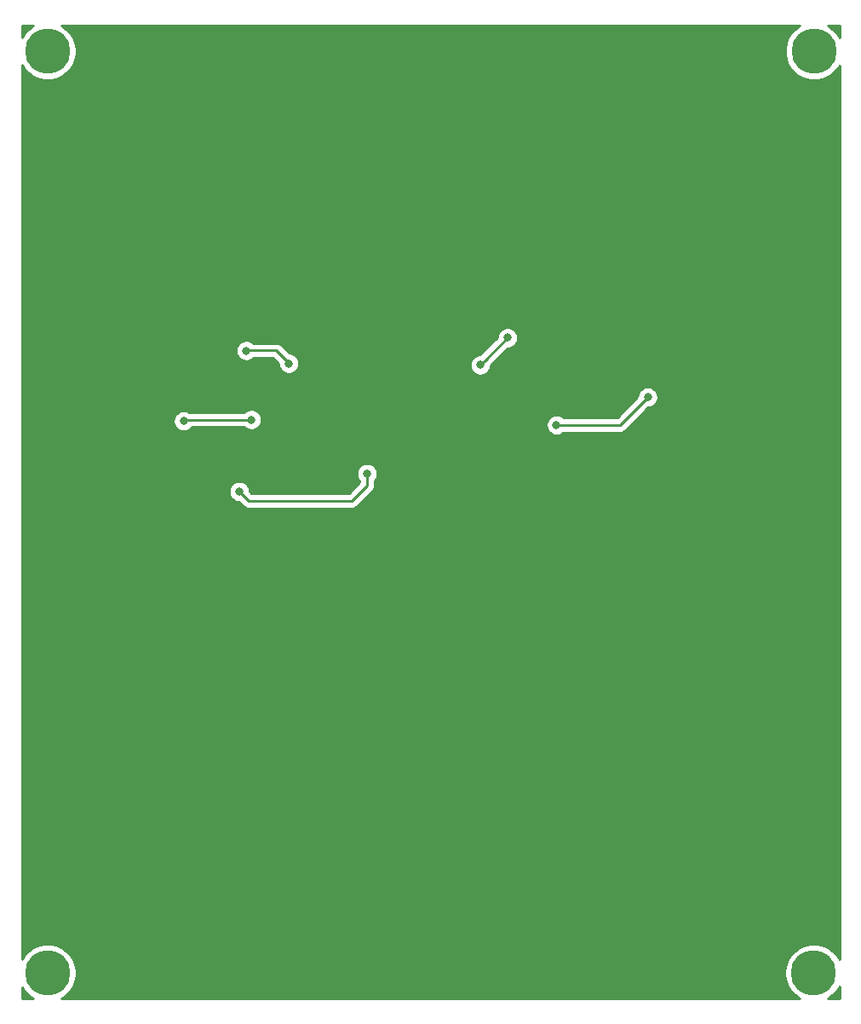
<source format=gbr>
G04 #@! TF.GenerationSoftware,KiCad,Pcbnew,(5.1.2)-2*
G04 #@! TF.CreationDate,2021-12-15T08:57:30-03:00*
G04 #@! TF.ProjectId,MAG_Plus,4d41475f-506c-4757-932e-6b696361645f,rev?*
G04 #@! TF.SameCoordinates,Original*
G04 #@! TF.FileFunction,Copper,L2,Bot*
G04 #@! TF.FilePolarity,Positive*
%FSLAX46Y46*%
G04 Gerber Fmt 4.6, Leading zero omitted, Abs format (unit mm)*
G04 Created by KiCad (PCBNEW (5.1.2)-2) date 2021-12-15 08:57:30*
%MOMM*%
%LPD*%
G04 APERTURE LIST*
%ADD10C,4.500000*%
%ADD11C,0.800000*%
%ADD12C,0.250000*%
%ADD13C,0.254000*%
G04 APERTURE END LIST*
D10*
X200990000Y-235810000D03*
X124800000Y-235820000D03*
X201000000Y-144210000D03*
X124800000Y-144200000D03*
D11*
X184495000Y-178590000D03*
X175410000Y-181355000D03*
X145090000Y-180820000D03*
X138350000Y-180960000D03*
X156570000Y-186190000D03*
X143870000Y-187970000D03*
X167840000Y-175400000D03*
X170550000Y-172690000D03*
X144570000Y-173970000D03*
X148800000Y-175235000D03*
D12*
X184095001Y-178989999D02*
X184095001Y-179014999D01*
X184495000Y-178590000D02*
X184095001Y-178989999D01*
X184095001Y-179014999D02*
X181755000Y-181355000D01*
X181755000Y-181355000D02*
X175410000Y-181355000D01*
X138490000Y-180820000D02*
X138350000Y-180960000D01*
X145090000Y-180820000D02*
X138490000Y-180820000D01*
X156570000Y-186190000D02*
X156570000Y-186755685D01*
X156570000Y-186755685D02*
X156570000Y-187400000D01*
X156570000Y-187400000D02*
X155080000Y-188890000D01*
X155080000Y-188890000D02*
X144790000Y-188890000D01*
X144790000Y-188890000D02*
X143870000Y-187970000D01*
X167840000Y-175400000D02*
X168239999Y-175000001D01*
X168239999Y-175000001D02*
X170550000Y-172690000D01*
X148800000Y-175220000D02*
X148800000Y-175235000D01*
X147540000Y-173960000D02*
X148800000Y-175220000D01*
X144570000Y-173970000D02*
X144580000Y-173960000D01*
X144580000Y-173960000D02*
X147540000Y-173960000D01*
D13*
G36*
X122559074Y-237659080D02*
G01*
X122960920Y-238060926D01*
X123378583Y-238340000D01*
X122260000Y-238340000D01*
X122260000Y-237211484D01*
X122559074Y-237659080D01*
X122559074Y-237659080D01*
G37*
X122559074Y-237659080D02*
X122960920Y-238060926D01*
X123378583Y-238340000D01*
X122260000Y-238340000D01*
X122260000Y-237211484D01*
X122559074Y-237659080D01*
G36*
X203540001Y-238340000D02*
G01*
X202396451Y-238340000D01*
X202829080Y-238050926D01*
X203230926Y-237649080D01*
X203540001Y-237186517D01*
X203540001Y-238340000D01*
X203540001Y-238340000D01*
G37*
X203540001Y-238340000D02*
X202396451Y-238340000D01*
X202829080Y-238050926D01*
X203230926Y-237649080D01*
X203540001Y-237186517D01*
X203540001Y-238340000D01*
G36*
X199160920Y-141969074D02*
G01*
X198759074Y-142370920D01*
X198443346Y-142843440D01*
X198225869Y-143368477D01*
X198115000Y-143925852D01*
X198115000Y-144494148D01*
X198225869Y-145051523D01*
X198443346Y-145576560D01*
X198759074Y-146049080D01*
X199160920Y-146450926D01*
X199633440Y-146766654D01*
X200158477Y-146984131D01*
X200715852Y-147095000D01*
X201284148Y-147095000D01*
X201841523Y-146984131D01*
X202366560Y-146766654D01*
X202839080Y-146450926D01*
X203240926Y-146049080D01*
X203540000Y-145601484D01*
X203540001Y-234433483D01*
X203230926Y-233970920D01*
X202829080Y-233569074D01*
X202356560Y-233253346D01*
X201831523Y-233035869D01*
X201274148Y-232925000D01*
X200705852Y-232925000D01*
X200148477Y-233035869D01*
X199623440Y-233253346D01*
X199150920Y-233569074D01*
X198749074Y-233970920D01*
X198433346Y-234443440D01*
X198215869Y-234968477D01*
X198105000Y-235525852D01*
X198105000Y-236094148D01*
X198215869Y-236651523D01*
X198433346Y-237176560D01*
X198749074Y-237649080D01*
X199150920Y-238050926D01*
X199583549Y-238340000D01*
X126221417Y-238340000D01*
X126639080Y-238060926D01*
X127040926Y-237659080D01*
X127356654Y-237186560D01*
X127574131Y-236661523D01*
X127685000Y-236104148D01*
X127685000Y-235535852D01*
X127574131Y-234978477D01*
X127356654Y-234453440D01*
X127040926Y-233980920D01*
X126639080Y-233579074D01*
X126166560Y-233263346D01*
X125641523Y-233045869D01*
X125084148Y-232935000D01*
X124515852Y-232935000D01*
X123958477Y-233045869D01*
X123433440Y-233263346D01*
X122960920Y-233579074D01*
X122559074Y-233980920D01*
X122260000Y-234428516D01*
X122260000Y-187868061D01*
X142835000Y-187868061D01*
X142835000Y-188071939D01*
X142874774Y-188271898D01*
X142952795Y-188460256D01*
X143066063Y-188629774D01*
X143210226Y-188773937D01*
X143379744Y-188887205D01*
X143568102Y-188965226D01*
X143768061Y-189005000D01*
X143830198Y-189005000D01*
X144226205Y-189401008D01*
X144249999Y-189430001D01*
X144278992Y-189453795D01*
X144278996Y-189453799D01*
X144349685Y-189511811D01*
X144365724Y-189524974D01*
X144497753Y-189595546D01*
X144641014Y-189639003D01*
X144752667Y-189650000D01*
X144752676Y-189650000D01*
X144789999Y-189653676D01*
X144827322Y-189650000D01*
X155042678Y-189650000D01*
X155080000Y-189653676D01*
X155117322Y-189650000D01*
X155117333Y-189650000D01*
X155228986Y-189639003D01*
X155372247Y-189595546D01*
X155504276Y-189524974D01*
X155620001Y-189430001D01*
X155643804Y-189400997D01*
X157081003Y-187963799D01*
X157110001Y-187940001D01*
X157204974Y-187824276D01*
X157275546Y-187692247D01*
X157319003Y-187548986D01*
X157330000Y-187437333D01*
X157330000Y-187437324D01*
X157333676Y-187400001D01*
X157330000Y-187362678D01*
X157330000Y-186893711D01*
X157373937Y-186849774D01*
X157487205Y-186680256D01*
X157565226Y-186491898D01*
X157605000Y-186291939D01*
X157605000Y-186088061D01*
X157565226Y-185888102D01*
X157487205Y-185699744D01*
X157373937Y-185530226D01*
X157229774Y-185386063D01*
X157060256Y-185272795D01*
X156871898Y-185194774D01*
X156671939Y-185155000D01*
X156468061Y-185155000D01*
X156268102Y-185194774D01*
X156079744Y-185272795D01*
X155910226Y-185386063D01*
X155766063Y-185530226D01*
X155652795Y-185699744D01*
X155574774Y-185888102D01*
X155535000Y-186088061D01*
X155535000Y-186291939D01*
X155574774Y-186491898D01*
X155652795Y-186680256D01*
X155766063Y-186849774D01*
X155810000Y-186893711D01*
X155810000Y-187085198D01*
X154765199Y-188130000D01*
X145104802Y-188130000D01*
X144905000Y-187930198D01*
X144905000Y-187868061D01*
X144865226Y-187668102D01*
X144787205Y-187479744D01*
X144673937Y-187310226D01*
X144529774Y-187166063D01*
X144360256Y-187052795D01*
X144171898Y-186974774D01*
X143971939Y-186935000D01*
X143768061Y-186935000D01*
X143568102Y-186974774D01*
X143379744Y-187052795D01*
X143210226Y-187166063D01*
X143066063Y-187310226D01*
X142952795Y-187479744D01*
X142874774Y-187668102D01*
X142835000Y-187868061D01*
X122260000Y-187868061D01*
X122260000Y-180858061D01*
X137315000Y-180858061D01*
X137315000Y-181061939D01*
X137354774Y-181261898D01*
X137432795Y-181450256D01*
X137546063Y-181619774D01*
X137690226Y-181763937D01*
X137859744Y-181877205D01*
X138048102Y-181955226D01*
X138248061Y-181995000D01*
X138451939Y-181995000D01*
X138651898Y-181955226D01*
X138840256Y-181877205D01*
X139009774Y-181763937D01*
X139153937Y-181619774D01*
X139180513Y-181580000D01*
X144386289Y-181580000D01*
X144430226Y-181623937D01*
X144599744Y-181737205D01*
X144788102Y-181815226D01*
X144988061Y-181855000D01*
X145191939Y-181855000D01*
X145391898Y-181815226D01*
X145580256Y-181737205D01*
X145749774Y-181623937D01*
X145893937Y-181479774D01*
X146007205Y-181310256D01*
X146030896Y-181253061D01*
X174375000Y-181253061D01*
X174375000Y-181456939D01*
X174414774Y-181656898D01*
X174492795Y-181845256D01*
X174606063Y-182014774D01*
X174750226Y-182158937D01*
X174919744Y-182272205D01*
X175108102Y-182350226D01*
X175308061Y-182390000D01*
X175511939Y-182390000D01*
X175711898Y-182350226D01*
X175900256Y-182272205D01*
X176069774Y-182158937D01*
X176113711Y-182115000D01*
X181717678Y-182115000D01*
X181755000Y-182118676D01*
X181792322Y-182115000D01*
X181792333Y-182115000D01*
X181903986Y-182104003D01*
X182047247Y-182060546D01*
X182179276Y-181989974D01*
X182295001Y-181895001D01*
X182318804Y-181865997D01*
X184559802Y-179625000D01*
X184596939Y-179625000D01*
X184796898Y-179585226D01*
X184985256Y-179507205D01*
X185154774Y-179393937D01*
X185298937Y-179249774D01*
X185412205Y-179080256D01*
X185490226Y-178891898D01*
X185530000Y-178691939D01*
X185530000Y-178488061D01*
X185490226Y-178288102D01*
X185412205Y-178099744D01*
X185298937Y-177930226D01*
X185154774Y-177786063D01*
X184985256Y-177672795D01*
X184796898Y-177594774D01*
X184596939Y-177555000D01*
X184393061Y-177555000D01*
X184193102Y-177594774D01*
X184004744Y-177672795D01*
X183835226Y-177786063D01*
X183691063Y-177930226D01*
X183577795Y-178099744D01*
X183499774Y-178288102D01*
X183460000Y-178488061D01*
X183460000Y-178565774D01*
X183449178Y-178586020D01*
X181440199Y-180595000D01*
X176113711Y-180595000D01*
X176069774Y-180551063D01*
X175900256Y-180437795D01*
X175711898Y-180359774D01*
X175511939Y-180320000D01*
X175308061Y-180320000D01*
X175108102Y-180359774D01*
X174919744Y-180437795D01*
X174750226Y-180551063D01*
X174606063Y-180695226D01*
X174492795Y-180864744D01*
X174414774Y-181053102D01*
X174375000Y-181253061D01*
X146030896Y-181253061D01*
X146085226Y-181121898D01*
X146125000Y-180921939D01*
X146125000Y-180718061D01*
X146085226Y-180518102D01*
X146007205Y-180329744D01*
X145893937Y-180160226D01*
X145749774Y-180016063D01*
X145580256Y-179902795D01*
X145391898Y-179824774D01*
X145191939Y-179785000D01*
X144988061Y-179785000D01*
X144788102Y-179824774D01*
X144599744Y-179902795D01*
X144430226Y-180016063D01*
X144386289Y-180060000D01*
X138866005Y-180060000D01*
X138840256Y-180042795D01*
X138651898Y-179964774D01*
X138451939Y-179925000D01*
X138248061Y-179925000D01*
X138048102Y-179964774D01*
X137859744Y-180042795D01*
X137690226Y-180156063D01*
X137546063Y-180300226D01*
X137432795Y-180469744D01*
X137354774Y-180658102D01*
X137315000Y-180858061D01*
X122260000Y-180858061D01*
X122260000Y-173868061D01*
X143535000Y-173868061D01*
X143535000Y-174071939D01*
X143574774Y-174271898D01*
X143652795Y-174460256D01*
X143766063Y-174629774D01*
X143910226Y-174773937D01*
X144079744Y-174887205D01*
X144268102Y-174965226D01*
X144468061Y-175005000D01*
X144671939Y-175005000D01*
X144871898Y-174965226D01*
X145060256Y-174887205D01*
X145229774Y-174773937D01*
X145283711Y-174720000D01*
X147225199Y-174720000D01*
X147765000Y-175259802D01*
X147765000Y-175336939D01*
X147804774Y-175536898D01*
X147882795Y-175725256D01*
X147996063Y-175894774D01*
X148140226Y-176038937D01*
X148309744Y-176152205D01*
X148498102Y-176230226D01*
X148698061Y-176270000D01*
X148901939Y-176270000D01*
X149101898Y-176230226D01*
X149290256Y-176152205D01*
X149459774Y-176038937D01*
X149603937Y-175894774D01*
X149717205Y-175725256D01*
X149795226Y-175536898D01*
X149835000Y-175336939D01*
X149835000Y-175298061D01*
X166805000Y-175298061D01*
X166805000Y-175501939D01*
X166844774Y-175701898D01*
X166922795Y-175890256D01*
X167036063Y-176059774D01*
X167180226Y-176203937D01*
X167349744Y-176317205D01*
X167538102Y-176395226D01*
X167738061Y-176435000D01*
X167941939Y-176435000D01*
X168141898Y-176395226D01*
X168330256Y-176317205D01*
X168499774Y-176203937D01*
X168643937Y-176059774D01*
X168757205Y-175890256D01*
X168835226Y-175701898D01*
X168875000Y-175501939D01*
X168875000Y-175439801D01*
X170589802Y-173725000D01*
X170651939Y-173725000D01*
X170851898Y-173685226D01*
X171040256Y-173607205D01*
X171209774Y-173493937D01*
X171353937Y-173349774D01*
X171467205Y-173180256D01*
X171545226Y-172991898D01*
X171585000Y-172791939D01*
X171585000Y-172588061D01*
X171545226Y-172388102D01*
X171467205Y-172199744D01*
X171353937Y-172030226D01*
X171209774Y-171886063D01*
X171040256Y-171772795D01*
X170851898Y-171694774D01*
X170651939Y-171655000D01*
X170448061Y-171655000D01*
X170248102Y-171694774D01*
X170059744Y-171772795D01*
X169890226Y-171886063D01*
X169746063Y-172030226D01*
X169632795Y-172199744D01*
X169554774Y-172388102D01*
X169515000Y-172588061D01*
X169515000Y-172650198D01*
X167800199Y-174365000D01*
X167738061Y-174365000D01*
X167538102Y-174404774D01*
X167349744Y-174482795D01*
X167180226Y-174596063D01*
X167036063Y-174740226D01*
X166922795Y-174909744D01*
X166844774Y-175098102D01*
X166805000Y-175298061D01*
X149835000Y-175298061D01*
X149835000Y-175133061D01*
X149795226Y-174933102D01*
X149717205Y-174744744D01*
X149603937Y-174575226D01*
X149459774Y-174431063D01*
X149290256Y-174317795D01*
X149101898Y-174239774D01*
X148901939Y-174200000D01*
X148854802Y-174200000D01*
X148103804Y-173449003D01*
X148080001Y-173419999D01*
X147964276Y-173325026D01*
X147832247Y-173254454D01*
X147688986Y-173210997D01*
X147577333Y-173200000D01*
X147577322Y-173200000D01*
X147540000Y-173196324D01*
X147502678Y-173200000D01*
X145263711Y-173200000D01*
X145229774Y-173166063D01*
X145060256Y-173052795D01*
X144871898Y-172974774D01*
X144671939Y-172935000D01*
X144468061Y-172935000D01*
X144268102Y-172974774D01*
X144079744Y-173052795D01*
X143910226Y-173166063D01*
X143766063Y-173310226D01*
X143652795Y-173479744D01*
X143574774Y-173668102D01*
X143535000Y-173868061D01*
X122260000Y-173868061D01*
X122260000Y-145591484D01*
X122559074Y-146039080D01*
X122960920Y-146440926D01*
X123433440Y-146756654D01*
X123958477Y-146974131D01*
X124515852Y-147085000D01*
X125084148Y-147085000D01*
X125641523Y-146974131D01*
X126166560Y-146756654D01*
X126639080Y-146440926D01*
X127040926Y-146039080D01*
X127356654Y-145566560D01*
X127574131Y-145041523D01*
X127685000Y-144484148D01*
X127685000Y-143915852D01*
X127574131Y-143358477D01*
X127356654Y-142833440D01*
X127040926Y-142360920D01*
X126639080Y-141959074D01*
X126191484Y-141660000D01*
X199623482Y-141660000D01*
X199160920Y-141969074D01*
X199160920Y-141969074D01*
G37*
X199160920Y-141969074D02*
X198759074Y-142370920D01*
X198443346Y-142843440D01*
X198225869Y-143368477D01*
X198115000Y-143925852D01*
X198115000Y-144494148D01*
X198225869Y-145051523D01*
X198443346Y-145576560D01*
X198759074Y-146049080D01*
X199160920Y-146450926D01*
X199633440Y-146766654D01*
X200158477Y-146984131D01*
X200715852Y-147095000D01*
X201284148Y-147095000D01*
X201841523Y-146984131D01*
X202366560Y-146766654D01*
X202839080Y-146450926D01*
X203240926Y-146049080D01*
X203540000Y-145601484D01*
X203540001Y-234433483D01*
X203230926Y-233970920D01*
X202829080Y-233569074D01*
X202356560Y-233253346D01*
X201831523Y-233035869D01*
X201274148Y-232925000D01*
X200705852Y-232925000D01*
X200148477Y-233035869D01*
X199623440Y-233253346D01*
X199150920Y-233569074D01*
X198749074Y-233970920D01*
X198433346Y-234443440D01*
X198215869Y-234968477D01*
X198105000Y-235525852D01*
X198105000Y-236094148D01*
X198215869Y-236651523D01*
X198433346Y-237176560D01*
X198749074Y-237649080D01*
X199150920Y-238050926D01*
X199583549Y-238340000D01*
X126221417Y-238340000D01*
X126639080Y-238060926D01*
X127040926Y-237659080D01*
X127356654Y-237186560D01*
X127574131Y-236661523D01*
X127685000Y-236104148D01*
X127685000Y-235535852D01*
X127574131Y-234978477D01*
X127356654Y-234453440D01*
X127040926Y-233980920D01*
X126639080Y-233579074D01*
X126166560Y-233263346D01*
X125641523Y-233045869D01*
X125084148Y-232935000D01*
X124515852Y-232935000D01*
X123958477Y-233045869D01*
X123433440Y-233263346D01*
X122960920Y-233579074D01*
X122559074Y-233980920D01*
X122260000Y-234428516D01*
X122260000Y-187868061D01*
X142835000Y-187868061D01*
X142835000Y-188071939D01*
X142874774Y-188271898D01*
X142952795Y-188460256D01*
X143066063Y-188629774D01*
X143210226Y-188773937D01*
X143379744Y-188887205D01*
X143568102Y-188965226D01*
X143768061Y-189005000D01*
X143830198Y-189005000D01*
X144226205Y-189401008D01*
X144249999Y-189430001D01*
X144278992Y-189453795D01*
X144278996Y-189453799D01*
X144349685Y-189511811D01*
X144365724Y-189524974D01*
X144497753Y-189595546D01*
X144641014Y-189639003D01*
X144752667Y-189650000D01*
X144752676Y-189650000D01*
X144789999Y-189653676D01*
X144827322Y-189650000D01*
X155042678Y-189650000D01*
X155080000Y-189653676D01*
X155117322Y-189650000D01*
X155117333Y-189650000D01*
X155228986Y-189639003D01*
X155372247Y-189595546D01*
X155504276Y-189524974D01*
X155620001Y-189430001D01*
X155643804Y-189400997D01*
X157081003Y-187963799D01*
X157110001Y-187940001D01*
X157204974Y-187824276D01*
X157275546Y-187692247D01*
X157319003Y-187548986D01*
X157330000Y-187437333D01*
X157330000Y-187437324D01*
X157333676Y-187400001D01*
X157330000Y-187362678D01*
X157330000Y-186893711D01*
X157373937Y-186849774D01*
X157487205Y-186680256D01*
X157565226Y-186491898D01*
X157605000Y-186291939D01*
X157605000Y-186088061D01*
X157565226Y-185888102D01*
X157487205Y-185699744D01*
X157373937Y-185530226D01*
X157229774Y-185386063D01*
X157060256Y-185272795D01*
X156871898Y-185194774D01*
X156671939Y-185155000D01*
X156468061Y-185155000D01*
X156268102Y-185194774D01*
X156079744Y-185272795D01*
X155910226Y-185386063D01*
X155766063Y-185530226D01*
X155652795Y-185699744D01*
X155574774Y-185888102D01*
X155535000Y-186088061D01*
X155535000Y-186291939D01*
X155574774Y-186491898D01*
X155652795Y-186680256D01*
X155766063Y-186849774D01*
X155810000Y-186893711D01*
X155810000Y-187085198D01*
X154765199Y-188130000D01*
X145104802Y-188130000D01*
X144905000Y-187930198D01*
X144905000Y-187868061D01*
X144865226Y-187668102D01*
X144787205Y-187479744D01*
X144673937Y-187310226D01*
X144529774Y-187166063D01*
X144360256Y-187052795D01*
X144171898Y-186974774D01*
X143971939Y-186935000D01*
X143768061Y-186935000D01*
X143568102Y-186974774D01*
X143379744Y-187052795D01*
X143210226Y-187166063D01*
X143066063Y-187310226D01*
X142952795Y-187479744D01*
X142874774Y-187668102D01*
X142835000Y-187868061D01*
X122260000Y-187868061D01*
X122260000Y-180858061D01*
X137315000Y-180858061D01*
X137315000Y-181061939D01*
X137354774Y-181261898D01*
X137432795Y-181450256D01*
X137546063Y-181619774D01*
X137690226Y-181763937D01*
X137859744Y-181877205D01*
X138048102Y-181955226D01*
X138248061Y-181995000D01*
X138451939Y-181995000D01*
X138651898Y-181955226D01*
X138840256Y-181877205D01*
X139009774Y-181763937D01*
X139153937Y-181619774D01*
X139180513Y-181580000D01*
X144386289Y-181580000D01*
X144430226Y-181623937D01*
X144599744Y-181737205D01*
X144788102Y-181815226D01*
X144988061Y-181855000D01*
X145191939Y-181855000D01*
X145391898Y-181815226D01*
X145580256Y-181737205D01*
X145749774Y-181623937D01*
X145893937Y-181479774D01*
X146007205Y-181310256D01*
X146030896Y-181253061D01*
X174375000Y-181253061D01*
X174375000Y-181456939D01*
X174414774Y-181656898D01*
X174492795Y-181845256D01*
X174606063Y-182014774D01*
X174750226Y-182158937D01*
X174919744Y-182272205D01*
X175108102Y-182350226D01*
X175308061Y-182390000D01*
X175511939Y-182390000D01*
X175711898Y-182350226D01*
X175900256Y-182272205D01*
X176069774Y-182158937D01*
X176113711Y-182115000D01*
X181717678Y-182115000D01*
X181755000Y-182118676D01*
X181792322Y-182115000D01*
X181792333Y-182115000D01*
X181903986Y-182104003D01*
X182047247Y-182060546D01*
X182179276Y-181989974D01*
X182295001Y-181895001D01*
X182318804Y-181865997D01*
X184559802Y-179625000D01*
X184596939Y-179625000D01*
X184796898Y-179585226D01*
X184985256Y-179507205D01*
X185154774Y-179393937D01*
X185298937Y-179249774D01*
X185412205Y-179080256D01*
X185490226Y-178891898D01*
X185530000Y-178691939D01*
X185530000Y-178488061D01*
X185490226Y-178288102D01*
X185412205Y-178099744D01*
X185298937Y-177930226D01*
X185154774Y-177786063D01*
X184985256Y-177672795D01*
X184796898Y-177594774D01*
X184596939Y-177555000D01*
X184393061Y-177555000D01*
X184193102Y-177594774D01*
X184004744Y-177672795D01*
X183835226Y-177786063D01*
X183691063Y-177930226D01*
X183577795Y-178099744D01*
X183499774Y-178288102D01*
X183460000Y-178488061D01*
X183460000Y-178565774D01*
X183449178Y-178586020D01*
X181440199Y-180595000D01*
X176113711Y-180595000D01*
X176069774Y-180551063D01*
X175900256Y-180437795D01*
X175711898Y-180359774D01*
X175511939Y-180320000D01*
X175308061Y-180320000D01*
X175108102Y-180359774D01*
X174919744Y-180437795D01*
X174750226Y-180551063D01*
X174606063Y-180695226D01*
X174492795Y-180864744D01*
X174414774Y-181053102D01*
X174375000Y-181253061D01*
X146030896Y-181253061D01*
X146085226Y-181121898D01*
X146125000Y-180921939D01*
X146125000Y-180718061D01*
X146085226Y-180518102D01*
X146007205Y-180329744D01*
X145893937Y-180160226D01*
X145749774Y-180016063D01*
X145580256Y-179902795D01*
X145391898Y-179824774D01*
X145191939Y-179785000D01*
X144988061Y-179785000D01*
X144788102Y-179824774D01*
X144599744Y-179902795D01*
X144430226Y-180016063D01*
X144386289Y-180060000D01*
X138866005Y-180060000D01*
X138840256Y-180042795D01*
X138651898Y-179964774D01*
X138451939Y-179925000D01*
X138248061Y-179925000D01*
X138048102Y-179964774D01*
X137859744Y-180042795D01*
X137690226Y-180156063D01*
X137546063Y-180300226D01*
X137432795Y-180469744D01*
X137354774Y-180658102D01*
X137315000Y-180858061D01*
X122260000Y-180858061D01*
X122260000Y-173868061D01*
X143535000Y-173868061D01*
X143535000Y-174071939D01*
X143574774Y-174271898D01*
X143652795Y-174460256D01*
X143766063Y-174629774D01*
X143910226Y-174773937D01*
X144079744Y-174887205D01*
X144268102Y-174965226D01*
X144468061Y-175005000D01*
X144671939Y-175005000D01*
X144871898Y-174965226D01*
X145060256Y-174887205D01*
X145229774Y-174773937D01*
X145283711Y-174720000D01*
X147225199Y-174720000D01*
X147765000Y-175259802D01*
X147765000Y-175336939D01*
X147804774Y-175536898D01*
X147882795Y-175725256D01*
X147996063Y-175894774D01*
X148140226Y-176038937D01*
X148309744Y-176152205D01*
X148498102Y-176230226D01*
X148698061Y-176270000D01*
X148901939Y-176270000D01*
X149101898Y-176230226D01*
X149290256Y-176152205D01*
X149459774Y-176038937D01*
X149603937Y-175894774D01*
X149717205Y-175725256D01*
X149795226Y-175536898D01*
X149835000Y-175336939D01*
X149835000Y-175298061D01*
X166805000Y-175298061D01*
X166805000Y-175501939D01*
X166844774Y-175701898D01*
X166922795Y-175890256D01*
X167036063Y-176059774D01*
X167180226Y-176203937D01*
X167349744Y-176317205D01*
X167538102Y-176395226D01*
X167738061Y-176435000D01*
X167941939Y-176435000D01*
X168141898Y-176395226D01*
X168330256Y-176317205D01*
X168499774Y-176203937D01*
X168643937Y-176059774D01*
X168757205Y-175890256D01*
X168835226Y-175701898D01*
X168875000Y-175501939D01*
X168875000Y-175439801D01*
X170589802Y-173725000D01*
X170651939Y-173725000D01*
X170851898Y-173685226D01*
X171040256Y-173607205D01*
X171209774Y-173493937D01*
X171353937Y-173349774D01*
X171467205Y-173180256D01*
X171545226Y-172991898D01*
X171585000Y-172791939D01*
X171585000Y-172588061D01*
X171545226Y-172388102D01*
X171467205Y-172199744D01*
X171353937Y-172030226D01*
X171209774Y-171886063D01*
X171040256Y-171772795D01*
X170851898Y-171694774D01*
X170651939Y-171655000D01*
X170448061Y-171655000D01*
X170248102Y-171694774D01*
X170059744Y-171772795D01*
X169890226Y-171886063D01*
X169746063Y-172030226D01*
X169632795Y-172199744D01*
X169554774Y-172388102D01*
X169515000Y-172588061D01*
X169515000Y-172650198D01*
X167800199Y-174365000D01*
X167738061Y-174365000D01*
X167538102Y-174404774D01*
X167349744Y-174482795D01*
X167180226Y-174596063D01*
X167036063Y-174740226D01*
X166922795Y-174909744D01*
X166844774Y-175098102D01*
X166805000Y-175298061D01*
X149835000Y-175298061D01*
X149835000Y-175133061D01*
X149795226Y-174933102D01*
X149717205Y-174744744D01*
X149603937Y-174575226D01*
X149459774Y-174431063D01*
X149290256Y-174317795D01*
X149101898Y-174239774D01*
X148901939Y-174200000D01*
X148854802Y-174200000D01*
X148103804Y-173449003D01*
X148080001Y-173419999D01*
X147964276Y-173325026D01*
X147832247Y-173254454D01*
X147688986Y-173210997D01*
X147577333Y-173200000D01*
X147577322Y-173200000D01*
X147540000Y-173196324D01*
X147502678Y-173200000D01*
X145263711Y-173200000D01*
X145229774Y-173166063D01*
X145060256Y-173052795D01*
X144871898Y-172974774D01*
X144671939Y-172935000D01*
X144468061Y-172935000D01*
X144268102Y-172974774D01*
X144079744Y-173052795D01*
X143910226Y-173166063D01*
X143766063Y-173310226D01*
X143652795Y-173479744D01*
X143574774Y-173668102D01*
X143535000Y-173868061D01*
X122260000Y-173868061D01*
X122260000Y-145591484D01*
X122559074Y-146039080D01*
X122960920Y-146440926D01*
X123433440Y-146756654D01*
X123958477Y-146974131D01*
X124515852Y-147085000D01*
X125084148Y-147085000D01*
X125641523Y-146974131D01*
X126166560Y-146756654D01*
X126639080Y-146440926D01*
X127040926Y-146039080D01*
X127356654Y-145566560D01*
X127574131Y-145041523D01*
X127685000Y-144484148D01*
X127685000Y-143915852D01*
X127574131Y-143358477D01*
X127356654Y-142833440D01*
X127040926Y-142360920D01*
X126639080Y-141959074D01*
X126191484Y-141660000D01*
X199623482Y-141660000D01*
X199160920Y-141969074D01*
G36*
X203540000Y-142818516D02*
G01*
X203240926Y-142370920D01*
X202839080Y-141969074D01*
X202376518Y-141660000D01*
X203540000Y-141660000D01*
X203540000Y-142818516D01*
X203540000Y-142818516D01*
G37*
X203540000Y-142818516D02*
X203240926Y-142370920D01*
X202839080Y-141969074D01*
X202376518Y-141660000D01*
X203540000Y-141660000D01*
X203540000Y-142818516D01*
G36*
X122960920Y-141959074D02*
G01*
X122559074Y-142360920D01*
X122260000Y-142808516D01*
X122260000Y-141660000D01*
X123408516Y-141660000D01*
X122960920Y-141959074D01*
X122960920Y-141959074D01*
G37*
X122960920Y-141959074D02*
X122559074Y-142360920D01*
X122260000Y-142808516D01*
X122260000Y-141660000D01*
X123408516Y-141660000D01*
X122960920Y-141959074D01*
M02*

</source>
